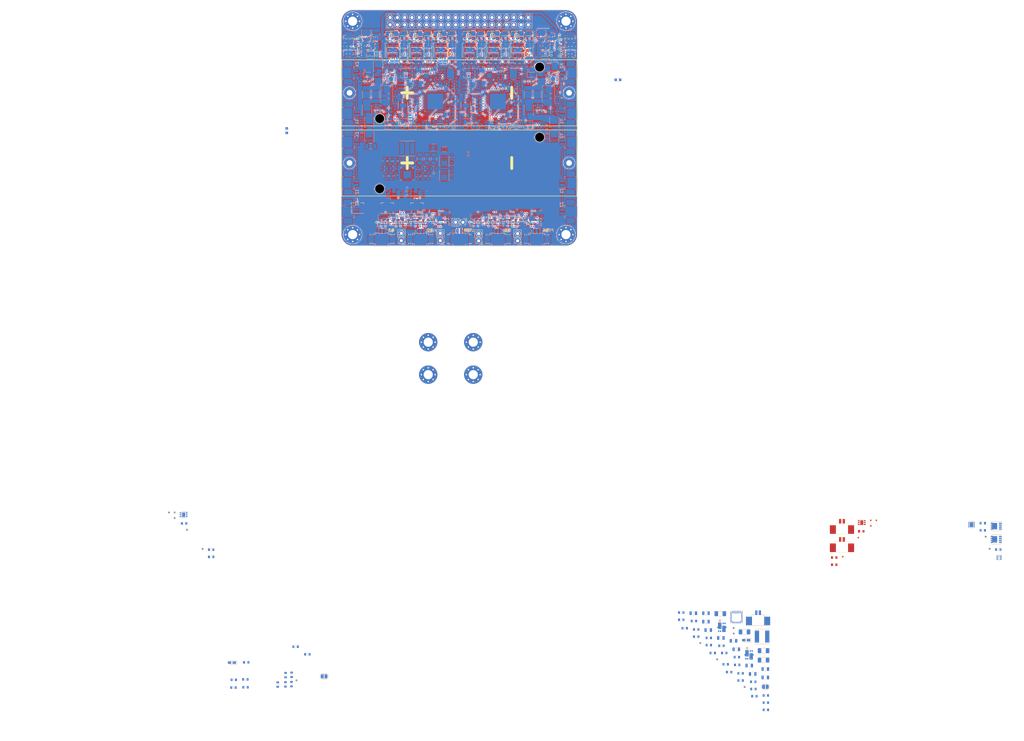
<source format=kicad_pcb>
(kicad_pcb (version 20210623) (generator pcbnew)

  (general
    (thickness 1)
  )

  (paper "A4")
  (title_block
    (title "BUTCube - EPS")
    (date "2021-08-20")
    (rev "v1.0")
    (company "VUT - FIT(STRaDe) & FME(IAE & IPE)")
    (comment 1 "Author: Petr Malaník")
  )

  (layers
    (0 "F.Cu" signal)
    (1 "In1.Cu" power)
    (2 "In2.Cu" mixed)
    (31 "B.Cu" signal)
    (32 "B.Adhes" user "B.Adhesive")
    (33 "F.Adhes" user "F.Adhesive")
    (34 "B.Paste" user)
    (35 "F.Paste" user)
    (36 "B.SilkS" user "B.Silkscreen")
    (37 "F.SilkS" user "F.Silkscreen")
    (38 "B.Mask" user)
    (39 "F.Mask" user)
    (40 "Dwgs.User" user "User.Drawings")
    (41 "Cmts.User" user "User.Comments")
    (42 "Eco1.User" user "User.Eco1")
    (43 "Eco2.User" user "User.Eco2")
    (44 "Edge.Cuts" user)
    (45 "Margin" user)
    (46 "B.CrtYd" user "B.Courtyard")
    (47 "F.CrtYd" user "F.Courtyard")
    (48 "B.Fab" user)
    (49 "F.Fab" user)
    (50 "User.1" user)
    (51 "User.2" user)
    (52 "User.3" user)
    (53 "User.4" user)
    (54 "User.5" user)
    (55 "User.6" user)
    (56 "User.7" user)
    (57 "User.8" user)
    (58 "User.9" user)
  )

  (setup
    (stackup
      (layer "F.SilkS" (type "Top Silk Screen"))
      (layer "F.Paste" (type "Top Solder Paste"))
      (layer "F.Mask" (type "Top Solder Mask") (color "Green") (thickness 0.01))
      (layer "F.Cu" (type "copper") (thickness 0.035))
      (layer "dielectric 1" (type "core") (thickness 0.28) (material "FR4") (epsilon_r 4.5) (loss_tangent 0.02))
      (layer "In1.Cu" (type "copper") (thickness 0.035))
      (layer "dielectric 2" (type "prepreg") (thickness 0.28) (material "FR4") (epsilon_r 4.5) (loss_tangent 0.02))
      (layer "In2.Cu" (type "copper") (thickness 0.035))
      (layer "dielectric 3" (type "core") (thickness 0.28) (material "FR4") (epsilon_r 4.5) (loss_tangent 0.02))
      (layer "B.Cu" (type "copper") (thickness 0.035))
      (layer "B.Mask" (type "Bottom Solder Mask") (color "Green") (thickness 0.01))
      (layer "B.Paste" (type "Bottom Solder Paste"))
      (layer "B.SilkS" (type "Bottom Silk Screen"))
      (copper_finish "Immersion gold")
      (dielectric_constraints no)
    )
    (pad_to_mask_clearance 0)
    (pcbplotparams
      (layerselection 0x00010fc_ffffffff)
      (disableapertmacros false)
      (usegerberextensions false)
      (usegerberattributes true)
      (usegerberadvancedattributes true)
      (creategerberjobfile true)
      (svguseinch false)
      (svgprecision 6)
      (excludeedgelayer true)
      (plotframeref false)
      (viasonmask false)
      (mode 1)
      (useauxorigin false)
      (hpglpennumber 1)
      (hpglpenspeed 20)
      (hpglpendiameter 15.000000)
      (dxfpolygonmode true)
      (dxfimperialunits true)
      (dxfusepcbnewfont true)
      (psnegative false)
      (psa4output false)
      (plotreference true)
      (plotvalue true)
      (plotinvisibletext false)
      (sketchpadsonfab false)
      (subtractmaskfromsilk false)
      (outputformat 1)
      (mirror false)
      (drillshape 1)
      (scaleselection 1)
      (outputdirectory "")
    )
  )

  (net 0 "")
  (net 1 "Net-(C1-Pad1)")
  (net 2 "VBUS")
  (net 3 "/Unit #1/MCU/MCU_POWER")
  (net 4 "/Unit #1/Battery charger/SOLAR_IN")
  (net 5 "/USB power/USB_POWER")
  (net 6 "Net-(C6-Pad1)")
  (net 7 "Net-(C6-Pad2)")
  (net 8 "Net-(C7-Pad1)")
  (net 9 "GND")
  (net 10 "Net-(C7-Pad2)")
  (net 11 "Net-(C8-Pad1)")
  (net 12 "/Unit #1/Battery charger/PMID")
  (net 13 "/Unit #1/Battery charger/SYS")
  (net 14 "/Unit #1/Battery charger/REGN")
  (net 15 "/Unit #1/Activation control/PWR_OUT")
  (net 16 "Net-(C29-Pad1)")
  (net 17 "/Unit #1/MCU/OUT_CUR")
  (net 18 "Net-(C32-Pad1)")
  (net 19 "/Unit #1/MCU/VREF")
  (net 20 "Net-(C47-Pad1)")
  (net 21 "/Unit #2/MCU/MCU_POWER")
  (net 22 "/Unit #2/Battery charger/SOLAR_IN")
  (net 23 "Net-(C52-Pad1)")
  (net 24 "Net-(C52-Pad2)")
  (net 25 "Net-(C53-Pad1)")
  (net 26 "Net-(C53-Pad2)")
  (net 27 "Net-(C54-Pad1)")
  (net 28 "/Unit #2/Battery charger/PMID")
  (net 29 "/Unit #2/Battery charger/SYS")
  (net 30 "/Unit #2/Battery charger/REGN")
  (net 31 "/Unit #2/Activation control/PWR_OUT")
  (net 32 "Net-(C75-Pad1)")
  (net 33 "/Unit #2/MCU/OUT_CUR")
  (net 34 "Net-(C78-Pad1)")
  (net 35 "/Unit #2/MCU/VREF")
  (net 36 "Net-(C93-Pad1)")
  (net 37 "Net-(C94-Pad1)")
  (net 38 "/Unit #1/Output control/PWR_OUT")
  (net 39 "Net-(C96-Pad1)")
  (net 40 "Net-(C97-Pad1)")
  (net 41 "/Unit #2/Output control/PWR_OUT")
  (net 42 "Net-(C101-Pad1)")
  (net 43 "Net-(C102-Pad1)")
  (net 44 "Net-(C106-Pad1)")
  (net 45 "Net-(C107-Pad1)")
  (net 46 "Net-(C111-Pad1)")
  (net 47 "Net-(C112-Pad1)")
  (net 48 "Net-(C116-Pad1)")
  (net 49 "Net-(C117-Pad1)")
  (net 50 "Net-(C121-Pad1)")
  (net 51 "Net-(C122-Pad1)")
  (net 52 "/Unit #1/ADC/VBAT_CUR")
  (net 53 "/Unit #2/ADC/VBAT_CUR")
  (net 54 "Net-(C129-Pad1)")
  (net 55 "Net-(C130-Pad1)")
  (net 56 "Net-(C131-Pad1)")
  (net 57 "Net-(C132-Pad1)")
  (net 58 "Net-(C133-Pad1)")
  (net 59 "/Unit #2/Activation control/Activation logic/PWR_IN")
  (net 60 "Net-(C138-Pad1)")
  (net 61 "Net-(C139-Pad1)")
  (net 62 "Net-(C140-Pad1)")
  (net 63 "Net-(C141-Pad1)")
  (net 64 "Net-(C142-Pad1)")
  (net 65 "/Unit #1/Activation control/Activation logic/PWR_IN")
  (net 66 "Net-(D2-Pad2)")
  (net 67 "/Stack connector/CAN_L")
  (net 68 "/Stack connector/CAN_H")
  (net 69 "/Unit #1/ADC/1V8_CUR")
  (net 70 "/Unit #2/ADC/1V8_CUR")
  (net 71 "/Unit #1/ADC/3V3_CUR")
  (net 72 "/Unit #2/ADC/3V3_CUR")
  (net 73 "/Unit #1/ADC/5V_CUR")
  (net 74 "/Unit #2/ADC/5V_CUR")
  (net 75 "/Unit #1/Activation control/PWR_IN")
  (net 76 "/Unit #1/MCU/POWER")
  (net 77 "Net-(F3-Pad2)")
  (net 78 "/Unit #2/Activation control/PWR_IN")
  (net 79 "/Unit #2/MCU/POWER")
  (net 80 "Net-(F6-Pad2)")
  (net 81 "Net-(F7-Pad1)")
  (net 82 "/Unit #1/1V8")
  (net 83 "Net-(F8-Pad1)")
  (net 84 "/Unit #2/1V8")
  (net 85 "Net-(F9-Pad1)")
  (net 86 "/Unit #1/3V3")
  (net 87 "Net-(F10-Pad1)")
  (net 88 "/Unit #2/3V3")
  (net 89 "Net-(F11-Pad1)")
  (net 90 "/Unit #1/5V")
  (net 91 "Net-(F12-Pad1)")
  (net 92 "/Unit #2/5V")
  (net 93 "Net-(F13-Pad1)")
  (net 94 "/Unit #1/VBAT")
  (net 95 "Net-(F14-Pad1)")
  (net 96 "/Unit #2/VBAT")
  (net 97 "Net-(J7-Pad1)")
  (net 98 "/Unit #1/MCU/DBG_TX")
  (net 99 "/Unit #1/MCU/DBG_RX")
  (net 100 "/Unit #1/MCU/SWCLK")
  (net 101 "/Unit #1/MCU/SWDIO")
  (net 102 "/Unit #1/Battery temperature control/NTC_OUT")
  (net 103 "Net-(J11-Pad1)")
  (net 104 "/Stack connector/EPS#1_CHARGE")
  (net 105 "/Stack connector/RS_485_~{B}")
  (net 106 "/Stack connector/RS_485_A")
  (net 107 "/Stack connector/EPS#2_CHARGE")
  (net 108 "Net-(J19-Pad1)")
  (net 109 "/Unit #2/MCU/DBG_TX")
  (net 110 "/Unit #2/MCU/DBG_RX")
  (net 111 "/Unit #2/MCU/SWCLK")
  (net 112 "/Unit #2/MCU/SWDIO")
  (net 113 "/Unit #2/Battery temperature control/NTC_OUT")
  (net 114 "Net-(J23-Pad1)")
  (net 115 "/Activation switches/RBF_PIN")
  (net 116 "/Activation switches/SW_#1")
  (net 117 "/Activation switches/SW_#2")
  (net 118 "/Activation switches/SW_#3")
  (net 119 "/Activation switches/SW_#4")
  (net 120 "Net-(JP1-Pad2)")
  (net 121 "Net-(JP2-Pad1)")
  (net 122 "/Unit #1/MCU/NRST")
  (net 123 "Net-(JP3-Pad1)")
  (net 124 "Net-(JP3-Pad2)")
  (net 125 "Net-(JP4-Pad2)")
  (net 126 "Net-(JP5-Pad1)")
  (net 127 "/Unit #2/MCU/NRST")
  (net 128 "Net-(JP6-Pad1)")
  (net 129 "Net-(JP6-Pad2)")
  (net 130 "Net-(L3-Pad1)")
  (net 131 "Net-(L3-Pad2)")
  (net 132 "Net-(L4-Pad1)")
  (net 133 "Net-(L4-Pad2)")
  (net 134 "Net-(L5-Pad1)")
  (net 135 "Net-(L5-Pad2)")
  (net 136 "Net-(L6-Pad1)")
  (net 137 "Net-(L6-Pad2)")
  (net 138 "Net-(L7-Pad1)")
  (net 139 "Net-(L7-Pad2)")
  (net 140 "Net-(L8-Pad1)")
  (net 141 "Net-(L8-Pad2)")
  (net 142 "Net-(Q1-PadG1)")
  (net 143 "Net-(Q1-PadS1)")
  (net 144 "Net-(Q2-PadG1)")
  (net 145 "Net-(Q2-PadS1)")
  (net 146 "/Unit #1/Activation control/Activation logic/SEP_EN")
  (net 147 "Net-(Q3-Pad5)")
  (net 148 "/Unit #1/Activation control/Activation logic/RBF_EN")
  (net 149 "Net-(Q5-Pad1)")
  (net 150 "Net-(Q5-Pad3)")
  (net 151 "Net-(Q7-Pad1)")
  (net 152 "Net-(Q7-Pad4)")
  (net 153 "Net-(Q7-Pad5)")
  (net 154 "Net-(Q9-PadG1)")
  (net 155 "Net-(Q9-PadS1)")
  (net 156 "Net-(Q10-PadG1)")
  (net 157 "Net-(Q10-PadS1)")
  (net 158 "/Unit #2/Activation control/Activation logic/SEP_EN")
  (net 159 "Net-(Q11-Pad5)")
  (net 160 "/Unit #2/Activation control/Activation logic/RBF_EN")
  (net 161 "Net-(Q13-Pad1)")
  (net 162 "Net-(Q13-Pad3)")
  (net 163 "Net-(Q15-Pad1)")
  (net 164 "Net-(Q15-Pad4)")
  (net 165 "Net-(Q15-Pad5)")
  (net 166 "Net-(Q17-Pad4)")
  (net 167 "Net-(Q17-Pad5)")
  (net 168 "Net-(Q18-Pad1)")
  (net 169 "Net-(Q18-Pad4)")
  (net 170 "Net-(Q19-Pad4)")
  (net 171 "Net-(Q19-Pad5)")
  (net 172 "Net-(Q20-Pad1)")
  (net 173 "Net-(Q20-Pad4)")
  (net 174 "/Unit #1/Power supplies/Power_supply_1V8/PER_POWER")
  (net 175 "/Unit #1/MCU/1V8_EN")
  (net 176 "/Unit #2/Power supplies/Power_supply_1V8/PER_POWER")
  (net 177 "/Unit #2/MCU/1V8_EN")
  (net 178 "/Unit #1/MCU/3V3_EN")
  (net 179 "/Unit #2/MCU/3V3_EN")
  (net 180 "/Unit #1/Power supplies/Power_supply_5V/PER_POWER")
  (net 181 "/Unit #1/MCU/5V_EN")
  (net 182 "/Unit #2/Power supplies/Power_supply_5V/PER_POWER")
  (net 183 "/Unit #2/MCU/5V_EN")
  (net 184 "Net-(Q27-Pad1)")
  (net 185 "/Unit #1/MCU/VBAT_EN")
  (net 186 "Net-(Q28-Pad1)")
  (net 187 "/Unit #2/MCU/VBAT_EN")
  (net 188 "/Unit #1/Battery charger/D+")
  (net 189 "/Unit #1/Battery charger/D-")
  (net 190 "Net-(R5-Pad2)")
  (net 191 "Net-(R6-Pad2)")
  (net 192 "Net-(R7-Pad1)")
  (net 193 "Net-(R8-Pad2)")
  (net 194 "Net-(D1-Pad2)")
  (net 195 "Net-(R11-Pad1)")
  (net 196 "Net-(R16-Pad2)")
  (net 197 "Net-(R17-Pad2)")
  (net 198 "Net-(R18-Pad2)")
  (net 199 "Net-(R21-Pad2)")
  (net 200 "Net-(R22-Pad1)")
  (net 201 "Net-(R24-Pad2)")
  (net 202 "/Unit #1/MCU/VBAT")
  (net 203 "/Unit #1/MCU/VDDUSB")
  (net 204 "Net-(R30-Pad1)")
  (net 205 "/Unit #1/MCU/CAN_RS")
  (net 206 "/Unit #1/MCU/RS_485_R_EN")
  (net 207 "/Unit #1/MCU/RS_485_T_EN")
  (net 208 "/Unit #1/Battery temperature control/EN")
  (net 209 "/Unit #1/Battery temperature control/NTC_REF")
  (net 210 "/Unit #2/Battery charger/D+")
  (net 211 "/Unit #2/Battery charger/D-")
  (net 212 "Net-(R47-Pad2)")
  (net 213 "Net-(R57-Pad2)")
  (net 214 "/Unit #2/MCU/VBAT")
  (net 215 "/Unit #2/MCU/VDDUSB")
  (net 216 "/Unit #2/MCU/CAN_RS")
  (net 217 "/Unit #2/MCU/RS_485_R_EN")
  (net 218 "/Unit #2/MCU/RS_485_T_EN")
  (net 219 "/Unit #2/Battery temperature control/EN")
  (net 220 "/Unit #2/Battery temperature control/NTC_REF")
  (net 221 "Net-(R82-Pad1)")
  (net 222 "Net-(R91-Pad2)")
  (net 223 "Net-(R98-Pad2)")
  (net 224 "Net-(R105-Pad2)")
  (net 225 "Net-(R112-Pad2)")
  (net 226 "Net-(R119-Pad2)")
  (net 227 "/Unit #1/Battery temperature control/~{FAULT}")
  (net 228 "/Unit #2/Battery temperature control/~{FAULT}")
  (net 229 "Net-(TP61-Pad1)")
  (net 230 "Net-(TP62-Pad1)")
  (net 231 "Net-(TP63-Pad1)")
  (net 232 "Net-(TP64-Pad1)")
  (net 233 "Net-(TP67-Pad1)")
  (net 234 "Net-(TP69-Pad1)")
  (net 235 "Net-(TP70-Pad1)")
  (net 236 "Net-(TP71-Pad1)")
  (net 237 "Net-(TP72-Pad1)")
  (net 238 "Net-(TP75-Pad1)")
  (net 239 "/Unit #1/ADC/~{CS}")
  (net 240 "/Unit #1/MCU/SPI_MISO")
  (net 241 "/Unit #1/MCU/SPI_SCK")
  (net 242 "/Unit #1/MCU/SPI_MOSI")
  (net 243 "Net-(D1-Pad1)")
  (net 244 "/Unit #1/Battery charger/SCL")
  (net 245 "/Unit #1/Battery charger/SDA")
  (net 246 "/Unit #1/Battery charger/~{INT}")
  (net 247 "/Unit #1/MCU/WDG_RESET")
  (net 248 "/Unit #1/MCU/FRAM_CS")
  (net 249 "/Unit #1/MCU/LSE")
  (net 250 "/Unit #1/MCU/HSE")
  (net 251 "/Unit #1/Battery charger/BAT_ALERT")
  (net 252 "/Unit #1/MCU/RS_485_R")
  (net 253 "/Unit #1/MCU/RS_485_T")
  (net 254 "/Unit #1/MCU/CAN_RX")
  (net 255 "/Unit #1/MCU/CAN_TX")
  (net 256 "/Unit #2/ADC/~{CS}")
  (net 257 "/Unit #2/MCU/SPI_MISO")
  (net 258 "/Unit #2/MCU/SPI_SCK")
  (net 259 "/Unit #2/MCU/SPI_MOSI")
  (net 260 "Net-(D5-Pad1)")
  (net 261 "/Unit #2/Battery charger/SCL")
  (net 262 "/Unit #2/Battery charger/SDA")
  (net 263 "/Unit #2/Battery charger/~{INT}")
  (net 264 "/Unit #2/MCU/WDG_RESET")
  (net 265 "/Unit #2/MCU/FRAM_CS")
  (net 266 "/Unit #2/MCU/LSE")
  (net 267 "/Unit #2/MCU/HSE")
  (net 268 "/Unit #2/Battery charger/BAT_ALERT")
  (net 269 "/Unit #2/MCU/RS_485_R")
  (net 270 "/Unit #2/MCU/RS_485_T")
  (net 271 "/Unit #2/MCU/CAN_RX")
  (net 272 "/Unit #2/MCU/CAN_TX")
  (net 273 "Net-(U52-Pad6)")
  (net 274 "Net-(U53-Pad8)")
  (net 275 "Net-(U54-Pad12)")
  (net 276 "Net-(U48-Pad6)")
  (net 277 "Net-(U48-Pad8)")
  (net 278 "Net-(U48-Pad12)")
  (net 279 "Net-(U49-Pad10)")
  (net 280 "Net-(U49-Pad8)")
  (net 281 "Net-(U49-Pad12)")
  (net 282 "Net-(U50-Pad12)")
  (net 283 "Net-(U52-Pad8)")
  (net 284 "Net-(U52-Pad12)")
  (net 285 "Net-(U53-Pad10)")
  (net 286 "Net-(U53-Pad12)")
  (net 287 "Net-(D4-Pad1)")
  (net 288 "Net-(D7-Pad1)")
  (net 289 "Net-(D7-Pad2)")
  (net 290 "Net-(D8-Pad2)")
  (net 291 "Net-(D10-Pad1)")
  (net 292 "Net-(D11-Pad1)")
  (net 293 "/Unit #1/MCU/LED1")
  (net 294 "/Unit #1/MCU/LED2")
  (net 295 "Net-(R41-Pad1)")
  (net 296 "Net-(R46-Pad2)")
  (net 297 "Net-(R48-Pad1)")
  (net 298 "Net-(R49-Pad2)")
  (net 299 "Net-(R52-Pad1)")
  (net 300 "Net-(R58-Pad2)")
  (net 301 "Net-(R59-Pad2)")
  (net 302 "Net-(R62-Pad2)")
  (net 303 "Net-(R63-Pad1)")
  (net 304 "Net-(R65-Pad2)")
  (net 305 "Net-(R71-Pad1)")
  (net 306 "/Unit #2/MCU/LED1")
  (net 307 "/Unit #2/MCU/LED2")
  (net 308 "Net-(R84-Pad1)")
  (net 309 "Net-(R86-Pad1)")
  (net 310 "Net-(R88-Pad2)")
  (net 311 "Net-(R89-Pad1)")
  (net 312 "Net-(R95-Pad2)")
  (net 313 "Net-(R96-Pad1)")
  (net 314 "Net-(R102-Pad2)")
  (net 315 "Net-(R103-Pad1)")
  (net 316 "Net-(R109-Pad2)")
  (net 317 "Net-(R110-Pad1)")
  (net 318 "Net-(R116-Pad2)")
  (net 319 "Net-(R117-Pad1)")
  (net 320 "Net-(R123-Pad2)")
  (net 321 "Net-(R124-Pad1)")
  (net 322 "Net-(R126-Pad2)")
  (net 323 "Net-(R132-Pad2)")
  (net 324 "Net-(R137-Pad2)")
  (net 325 "/Unit #1/Battery charger/BAT+")
  (net 326 "/Unit #2/Battery charger/BAT+")
  (net 327 "/Unit #1/ADC/VBAT_DIV")
  (net 328 "/Unit #1/ADC/3V3_DIV")
  (net 329 "/Unit #1/ADC/5V_DIV")
  (net 330 "/Unit #2/ADC/VBAT_DIV")
  (net 331 "/Unit #2/ADC/3V3_DIV")
  (net 332 "/Unit #2/ADC/5V_DIV")
  (net 333 "unconnected-(J12-Pad11)")
  (net 334 "unconnected-(J12-Pad12)")
  (net 335 "unconnected-(J12-Pad13)")
  (net 336 "unconnected-(J12-Pad14)")
  (net 337 "unconnected-(J12-Pad15)")
  (net 338 "unconnected-(J12-Pad16)")
  (net 339 "unconnected-(J12-Pad17)")
  (net 340 "unconnected-(J12-Pad18)")
  (net 341 "unconnected-(J12-Pad23)")
  (net 342 "unconnected-(J12-Pad24)")
  (net 343 "unconnected-(J12-Pad25)")
  (net 344 "unconnected-(J12-Pad26)")
  (net 345 "unconnected-(J12-Pad27)")
  (net 346 "unconnected-(J12-Pad28)")
  (net 347 "unconnected-(J12-Pad29)")
  (net 348 "unconnected-(J12-Pad30)")
  (net 349 "/Unit #1/ADC/CONV_EN")
  (net 350 "Net-(Q29-Pad3)")
  (net 351 "Net-(Q30-Pad3)")
  (net 352 "Net-(Q31-Pad3)")
  (net 353 "/Unit #2/ADC/CONV_EN")
  (net 354 "Net-(Q32-Pad3)")
  (net 355 "Net-(Q33-Pad3)")
  (net 356 "Net-(Q34-Pad3)")
  (net 357 "unconnected-(U6-Pad3)")
  (net 358 "unconnected-(U8-Pad3)")
  (net 359 "unconnected-(U9-Pad4)")
  (net 360 "unconnected-(U9-Pad10)")
  (net 361 "unconnected-(U10-Pad3)")
  (net 362 "unconnected-(U12-Pad7)")
  (net 363 "unconnected-(U19-Pad3)")
  (net 364 "unconnected-(U21-Pad3)")
  (net 365 "unconnected-(U22-Pad4)")
  (net 366 "unconnected-(U22-Pad10)")
  (net 367 "unconnected-(U23-Pad3)")
  (net 368 "unconnected-(U25-Pad7)")
  (net 369 "unconnected-(U27-Pad1)")
  (net 370 "unconnected-(U30-Pad1)")
  (net 371 "unconnected-(U50-Pad8)")
  (net 372 "unconnected-(U54-Pad8)")
  (net 373 "unconnected-(X1-Pad1)")
  (net 374 "unconnected-(X3-Pad1)")

  (footprint "Diode_SMD:D_SOD-323F" (layer "F.Cu") (at 95.1 59.325 180))

  (footprint "TCY_passives:R_0603_1608Metric" (layer "F.Cu") (at 163.8 54.2 90))

  (footprint "TCY_passives:R_0603_1608Metric" (layer "F.Cu") (at 93.1 53.725 90))

  (footprint "TCY_passives:D_0603_1608Metric" (layer "F.Cu") (at 86.3 56.8 -90))

  (footprint "TCY_passives:R_0603_1608Metric" (layer "F.Cu") (at 257.14 235.26))

  (footprint "MountingHole:MountingHole_3.2mm_M3_Pad_Via" (layer "F.Cu") (at 89 122.5))

  (footprint "TCY_passives:R_0603_1608Metric" (layer "F.Cu") (at 107.05 58.2))

  (footprint "TCY_connectors:TestPoint_Pad_D0.5mm" (layer "F.Cu") (at 158.4 59.9))

  (footprint "TCY_connectors:Amphenol_10114830-11102LF_1x02_P1.25mm_Horizontal" (layer "F.Cu") (at 99.25 122))

  (footprint "TCY_passives:R_0603_1608Metric" (layer "F.Cu") (at 113.7 118.2 -90))

  (footprint "TCY_passives:R_0603_1608Metric" (layer "F.Cu") (at 257.14 237.77))

  (footprint "TCY_passives:R_0603_1608Metric" (layer "F.Cu") (at 151.187255 118.138244 -90))

  (footprint "TCY_passives:R_0603_1608Metric" (layer "F.Cu") (at 162.6 54.2 -90))

  (footprint "TCY_IC:DFN-3_1.2x1.2mm" (layer "F.Cu") (at 161 53.7))

  (footprint "Connector_PinHeader_2.54mm:PinHeader_1x02_P2.54mm_Vertical" (layer "F.Cu") (at 146.6 124.675 180))

  (footprint "TCY_passives:R_0603_1608Metric" (layer "F.Cu") (at 115.45 55.4))

  (footprint "TCY_passives:R_0603_1608Metric" (layer "F.Cu") (at 150.8 54 180))

  (footprint "TCY_passives:R_0603_1608Metric" (layer "F.Cu") (at 89.9 54.2 90))

  (footprint "TCY_passives:R_0603_1608Metric" (layer "F.Cu") (at 131.987255 118.138244 90))

  (footprint "TCY_passives:D_0603_1608Metric" (layer "F.Cu") (at 86.3 54.2 -90))

  (footprint "TCY_passives:C_0603_1608Metric" (layer "F.Cu") (at 165 54.2 90))

  (footprint "TCY_passives:R_0603_1608Metric" (layer "F.Cu") (at 88.7 54.2 -90))

  (footprint "TCY_connectors:TestPoint_Pad_D0.5mm" (layer "F.Cu") (at 271.86 222.26))

  (footprint "TCY_connectors:TestPoint_Pad_D0.5mm" (layer "F.Cu") (at 114.675 59.5))

  (footprint "TCY_passives:R_0603_1608Metric" (layer "F.Cu") (at 89.9 56.8 90))

  (footprint "TCY_connectors:TestPoint_Pad_D0.5mm" (layer "F.Cu") (at 107.825 59.5))

  (footprint "TCY_connectors:TestPoint_Pad_D0.5mm" (layer "F.Cu") (at 124.625 59.5))

  (footprint "TCY_IC:DFN-3_1.2x1.2mm" (layer "F.Cu") (at 91.5 54.7 180))

  (footprint "Diode_SMD:D_SOD-323F" (layer "F.Cu") (at 106.7 52.25 180))

  (footprint "TCY_passives:C_0603_1608Metric" (layer "F.Cu") (at 138.787255 118.138244 -90))

  (footprint "TCY_passives:R_0603_1608Metric" (layer "F.Cu") (at 120.5 118.2 90))

  (footprint "Diode_SMD:D_SOD-323F" (layer "F.Cu") (at 133.65 52.25 180))

  (footprint "Package_DFN_QFN:UQFN-10_1.4x1.8mm_P0.4mm" (layer "F.Cu") (at 157.2 56.6))

  (footprint "TCY_connectors:TestPoint_Pad_D0.5mm" (layer "F.Cu") (at 105.35 54.7))

  (footprint "TCY_passives:C_0603_1608Metric" (layer "F.Cu") (at 93.6 56.625 90))

  (footprint "TCY_passives:C_0603_1608Metric" (layer "F.Cu") (at 115.45 60.7))

  (footprint "TCY_connectors:TestPoint_Pad_D0.5mm" (layer "F.Cu") (at 143.175 59.5))

  (footprint "TCY_connectors:Amphenol_10114830-11102LF_1x02_P1.25mm_Horizontal" (layer "F.Cu") (at 126.25 122.02))

  (footprint "TCY_passives:R_0603_1608Metric" (layer "F.Cu") (at 123.85 54 180))

  (footprint "TCY_passives:RV_3x3.6" (layer "F.Cu") (at 102.6 53 90))

  (footprint "TCY_passives:R_0603_1608Metric" (layer "F.Cu") (at 137.187255 118.138244 90))

  (footprint "TCY_passives:R_0603_1608Metric" (layer "F.Cu") (at 115.3 118.2 90))

  (footprint "TCY_passives:R_0603_1608Metric" (layer "F.Cu") (at 147.587255 118.138244 90))

  (footprint "TCY_connectors:TestPoint_Pad_D0.5mm" (layer "F.Cu") (at 158.4 58.7))

  (footprint "TCY_IC:DFN-3_1.2x1.2mm" (layer "F.Cu") (at 161 58.9))

  (footprint "TCY_passives:C_0603_1608Metric" (layer "F.Cu") (at 154.387255 118.138244 -90))

  (footprint "TCY_passives:C_0603_1608Metric" (layer "F.Cu") (at 106.5 118.2 -90))

  (footprint "Diode_SMD:D_SOD-323F" (layer "F.Cu") (at 123.5 52.25 180))

  (footprint "TCY_passives:R_0603_1608Metric" (layer "F.Cu") (at 94.5 53.725 90))

  (footprint "TCY_connectors:TestPoint_Pad_D0.5mm" (layer "F.Cu") (at 140.7 54.7))

  (footprint "TCY_connectors:TestPoint_Pad_D0.5mm" (layer "F.Cu") (at 150.025 59.5))

  (footprint "TCY_passives:R_0603_1608Metric" (layer "F.Cu") (at 145.987255 118.138244 -90))

  (footprint "TCY_passives:R_0603_1608Metric" (layer "F.Cu") (at 150.8 56.8 180))

  (footprint "TCY_passives:R_0603_1608Metric" (layer "F.Cu") (at 89.9 59.4 90))

  (footprint "Inductor_SMD:L_Taiyo-Yuden_MD-5050" (layer "F.Cu") (at 129.9 58.1 -90))

  (footprint "TCY_passives:C_0603_1608Metric" (layer "F.Cu") (at 156.9 53.675 90))

  (footprint "TCY_connectors:TestPoint_Pad_D0.5mm" (layer "F.Cu") (at 97.4 59.925))

  (footprint "TCY_connectors:TestPoint_Pad_D0.5mm" (layer "F.Cu") (at 132.3 54.7))

  (footprint "MountingHole:MountingHole_3.2mm_M3_Pad_Via" (layer "F.Cu") (at 131.12 160.06))

  (footprint "Inductor_SMD:L_Taiyo-Yuden_MD-5050" (layer "F.Cu") (at 119.75 58.1 -90))

  (footprint "TCY_passives:R_0603_1608Metric" (layer "F.Cu") (at 155.5 53.7 90))

  (footprint "TCY_passives:R_0603_1608Metric" (layer "F.Cu") (at 150.8 58.2))

  (footprint "Connector_PinHeader_2.54mm:PinHeader_1x02_P2.54mm_Vertical" (layer "F.Cu") (at 106 124.6 180))

  (footprint "TCY_passives:R_0603_1608Metric" (layer "F.Cu") (at 107.05 54 180))

  (footprint "TCY_passives:C_0603_1608Metric" (layer "F.Cu") (at 165 59.4 90))

  (footprint "MountingHole:MountingHole_3.2mm_M3_Pad_Via" (layer "F.Cu")
    (tedit 56DDBCCA) (tstamp 6c19f1f1-4aa7-487c-a4b6-17639c42c86a)
    (at 131.12 171.4)
    (descr "Mounting Hole 3.2mm, M3")
    (tags "mounting hole 3.2mm m3")
    (property "Sheetfile" "Power_supplies.kicad_sch")
... [7125280 chars truncated]
</source>
